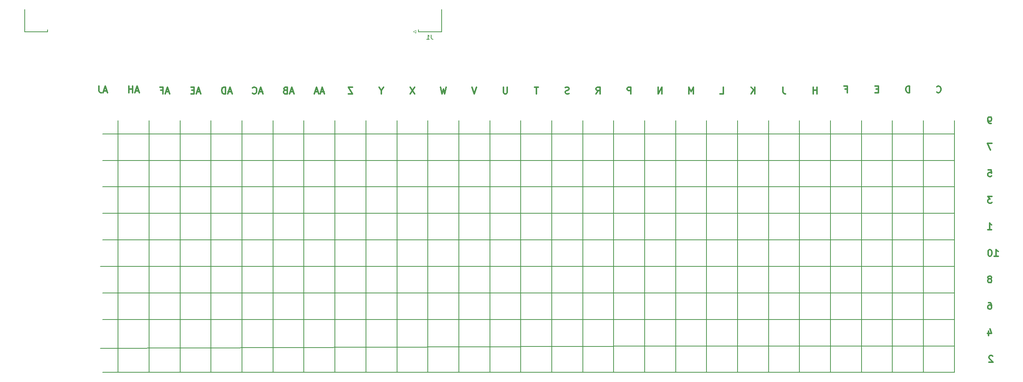
<source format=gbr>
G04 #@! TF.GenerationSoftware,KiCad,Pcbnew,(5.0.0)*
G04 #@! TF.CreationDate,2019-08-30T17:40:10+01:00*
G04 #@! TF.ProjectId,A-GA,412D47412E6B696361645F7063620000,rev?*
G04 #@! TF.SameCoordinates,Original*
G04 #@! TF.FileFunction,Legend,Bot*
G04 #@! TF.FilePolarity,Positive*
%FSLAX46Y46*%
G04 Gerber Fmt 4.6, Leading zero omitted, Abs format (unit mm)*
G04 Created by KiCad (PCBNEW (5.0.0)) date 08/30/19 17:40:10*
%MOMM*%
%LPD*%
G01*
G04 APERTURE LIST*
%ADD10C,0.300000*%
%ADD11C,0.200000*%
%ADD12C,0.150000*%
%ADD13C,0.120000*%
G04 APERTURE END LIST*
D10*
X50428571Y-44250000D02*
X49714285Y-44250000D01*
X50571428Y-44678571D02*
X50071428Y-43178571D01*
X49571428Y-44678571D01*
X48642857Y-43178571D02*
X48642857Y-44250000D01*
X48714285Y-44464285D01*
X48857142Y-44607142D01*
X49071428Y-44678571D01*
X49214285Y-44678571D01*
X57642857Y-44250000D02*
X56928571Y-44250000D01*
X57785714Y-44678571D02*
X57285714Y-43178571D01*
X56785714Y-44678571D01*
X56285714Y-44678571D02*
X56285714Y-43178571D01*
X56285714Y-43892857D02*
X55428571Y-43892857D01*
X55428571Y-44678571D02*
X55428571Y-43178571D01*
X64500000Y-44500000D02*
X63785714Y-44500000D01*
X64642857Y-44928571D02*
X64142857Y-43428571D01*
X63642857Y-44928571D01*
X62642857Y-44142857D02*
X63142857Y-44142857D01*
X63142857Y-44928571D02*
X63142857Y-43428571D01*
X62428571Y-43428571D01*
X71535714Y-44500000D02*
X70821428Y-44500000D01*
X71678571Y-44928571D02*
X71178571Y-43428571D01*
X70678571Y-44928571D01*
X70178571Y-44142857D02*
X69678571Y-44142857D01*
X69464285Y-44928571D02*
X70178571Y-44928571D01*
X70178571Y-43428571D01*
X69464285Y-43428571D01*
X78607142Y-44500000D02*
X77892857Y-44500000D01*
X78750000Y-44928571D02*
X78250000Y-43428571D01*
X77750000Y-44928571D01*
X77250000Y-44928571D02*
X77250000Y-43428571D01*
X76892857Y-43428571D01*
X76678571Y-43500000D01*
X76535714Y-43642857D01*
X76464285Y-43785714D01*
X76392857Y-44071428D01*
X76392857Y-44285714D01*
X76464285Y-44571428D01*
X76535714Y-44714285D01*
X76678571Y-44857142D01*
X76892857Y-44928571D01*
X77250000Y-44928571D01*
X85607142Y-44500000D02*
X84892857Y-44500000D01*
X85750000Y-44928571D02*
X85250000Y-43428571D01*
X84750000Y-44928571D01*
X83392857Y-44785714D02*
X83464285Y-44857142D01*
X83678571Y-44928571D01*
X83821428Y-44928571D01*
X84035714Y-44857142D01*
X84178571Y-44714285D01*
X84250000Y-44571428D01*
X84321428Y-44285714D01*
X84321428Y-44071428D01*
X84250000Y-43785714D01*
X84178571Y-43642857D01*
X84035714Y-43500000D01*
X83821428Y-43428571D01*
X83678571Y-43428571D01*
X83464285Y-43500000D01*
X83392857Y-43571428D01*
X92607142Y-44500000D02*
X91892857Y-44500000D01*
X92750000Y-44928571D02*
X92250000Y-43428571D01*
X91750000Y-44928571D01*
X90750000Y-44142857D02*
X90535714Y-44214285D01*
X90464285Y-44285714D01*
X90392857Y-44428571D01*
X90392857Y-44642857D01*
X90464285Y-44785714D01*
X90535714Y-44857142D01*
X90678571Y-44928571D01*
X91250000Y-44928571D01*
X91250000Y-43428571D01*
X90750000Y-43428571D01*
X90607142Y-43500000D01*
X90535714Y-43571428D01*
X90464285Y-43714285D01*
X90464285Y-43857142D01*
X90535714Y-44000000D01*
X90607142Y-44071428D01*
X90750000Y-44142857D01*
X91250000Y-44142857D01*
X99500000Y-44500000D02*
X98785714Y-44500000D01*
X99642857Y-44928571D02*
X99142857Y-43428571D01*
X98642857Y-44928571D01*
X98214285Y-44500000D02*
X97500000Y-44500000D01*
X98357142Y-44928571D02*
X97857142Y-43428571D01*
X97357142Y-44928571D01*
X106000000Y-43428571D02*
X105000000Y-43428571D01*
X106000000Y-44928571D01*
X105000000Y-44928571D01*
X112500000Y-44214285D02*
X112500000Y-44928571D01*
X113000000Y-43428571D02*
X112500000Y-44214285D01*
X112000000Y-43428571D01*
X120000000Y-43428571D02*
X119000000Y-44928571D01*
X119000000Y-43428571D02*
X120000000Y-44928571D01*
X127142857Y-43428571D02*
X126785714Y-44928571D01*
X126500000Y-43857142D01*
X126214285Y-44928571D01*
X125857142Y-43428571D01*
X134000000Y-43428571D02*
X133500000Y-44928571D01*
X133000000Y-43428571D01*
X140928571Y-43428571D02*
X140928571Y-44642857D01*
X140857142Y-44785714D01*
X140785714Y-44857142D01*
X140642857Y-44928571D01*
X140357142Y-44928571D01*
X140214285Y-44857142D01*
X140142857Y-44785714D01*
X140071428Y-44642857D01*
X140071428Y-43428571D01*
X147928571Y-43428571D02*
X147071428Y-43428571D01*
X147500000Y-44928571D02*
X147500000Y-43428571D01*
X154928571Y-44857142D02*
X154714285Y-44928571D01*
X154357142Y-44928571D01*
X154214285Y-44857142D01*
X154142857Y-44785714D01*
X154071428Y-44642857D01*
X154071428Y-44500000D01*
X154142857Y-44357142D01*
X154214285Y-44285714D01*
X154357142Y-44214285D01*
X154642857Y-44142857D01*
X154785714Y-44071428D01*
X154857142Y-44000000D01*
X154928571Y-43857142D01*
X154928571Y-43714285D01*
X154857142Y-43571428D01*
X154785714Y-43500000D01*
X154642857Y-43428571D01*
X154285714Y-43428571D01*
X154071428Y-43500000D01*
X161035714Y-44928571D02*
X161535714Y-44214285D01*
X161892857Y-44928571D02*
X161892857Y-43428571D01*
X161321428Y-43428571D01*
X161178571Y-43500000D01*
X161107142Y-43571428D01*
X161035714Y-43714285D01*
X161035714Y-43928571D01*
X161107142Y-44071428D01*
X161178571Y-44142857D01*
X161321428Y-44214285D01*
X161892857Y-44214285D01*
X168892857Y-44928571D02*
X168892857Y-43428571D01*
X168321428Y-43428571D01*
X168178571Y-43500000D01*
X168107142Y-43571428D01*
X168035714Y-43714285D01*
X168035714Y-43928571D01*
X168107142Y-44071428D01*
X168178571Y-44142857D01*
X168321428Y-44214285D01*
X168892857Y-44214285D01*
X175928571Y-44928571D02*
X175928571Y-43428571D01*
X175071428Y-44928571D01*
X175071428Y-43428571D01*
X183000000Y-44928571D02*
X183000000Y-43428571D01*
X182500000Y-44500000D01*
X182000000Y-43428571D01*
X182000000Y-44928571D01*
X189035714Y-44928571D02*
X189750000Y-44928571D01*
X189750000Y-43428571D01*
X196892857Y-44928571D02*
X196892857Y-43428571D01*
X196035714Y-44928571D02*
X196678571Y-44071428D01*
X196035714Y-43428571D02*
X196892857Y-44285714D01*
X203285714Y-43428571D02*
X203285714Y-44500000D01*
X203357142Y-44714285D01*
X203500000Y-44857142D01*
X203714285Y-44928571D01*
X203857142Y-44928571D01*
X210928571Y-44928571D02*
X210928571Y-43428571D01*
X210928571Y-44142857D02*
X210071428Y-44142857D01*
X210071428Y-44928571D02*
X210071428Y-43428571D01*
X217285714Y-43892857D02*
X217785714Y-43892857D01*
X217785714Y-44678571D02*
X217785714Y-43178571D01*
X217071428Y-43178571D01*
X224821428Y-43892857D02*
X224321428Y-43892857D01*
X224107142Y-44678571D02*
X224821428Y-44678571D01*
X224821428Y-43178571D01*
X224107142Y-43178571D01*
X231892857Y-44678571D02*
X231892857Y-43178571D01*
X231535714Y-43178571D01*
X231321428Y-43250000D01*
X231178571Y-43392857D01*
X231107142Y-43535714D01*
X231035714Y-43821428D01*
X231035714Y-44035714D01*
X231107142Y-44321428D01*
X231178571Y-44464285D01*
X231321428Y-44607142D01*
X231535714Y-44678571D01*
X231892857Y-44678571D01*
X238035714Y-44535714D02*
X238107142Y-44607142D01*
X238321428Y-44678571D01*
X238464285Y-44678571D01*
X238678571Y-44607142D01*
X238821428Y-44464285D01*
X238892857Y-44321428D01*
X238964285Y-44035714D01*
X238964285Y-43821428D01*
X238892857Y-43535714D01*
X238821428Y-43392857D01*
X238678571Y-43250000D01*
X238464285Y-43178571D01*
X238321428Y-43178571D01*
X238107142Y-43250000D01*
X238035714Y-43321428D01*
X250285714Y-51678571D02*
X250000000Y-51678571D01*
X249857142Y-51607142D01*
X249785714Y-51535714D01*
X249642857Y-51321428D01*
X249571428Y-51035714D01*
X249571428Y-50464285D01*
X249642857Y-50321428D01*
X249714285Y-50250000D01*
X249857142Y-50178571D01*
X250142857Y-50178571D01*
X250285714Y-50250000D01*
X250357142Y-50321428D01*
X250428571Y-50464285D01*
X250428571Y-50821428D01*
X250357142Y-50964285D01*
X250285714Y-51035714D01*
X250142857Y-51107142D01*
X249857142Y-51107142D01*
X249714285Y-51035714D01*
X249642857Y-50964285D01*
X249571428Y-50821428D01*
X250500000Y-56178571D02*
X249500000Y-56178571D01*
X250142857Y-57678571D01*
X249642857Y-62178571D02*
X250357142Y-62178571D01*
X250428571Y-62892857D01*
X250357142Y-62821428D01*
X250214285Y-62750000D01*
X249857142Y-62750000D01*
X249714285Y-62821428D01*
X249642857Y-62892857D01*
X249571428Y-63035714D01*
X249571428Y-63392857D01*
X249642857Y-63535714D01*
X249714285Y-63607142D01*
X249857142Y-63678571D01*
X250214285Y-63678571D01*
X250357142Y-63607142D01*
X250428571Y-63535714D01*
X250500000Y-68178571D02*
X249571428Y-68178571D01*
X250071428Y-68750000D01*
X249857142Y-68750000D01*
X249714285Y-68821428D01*
X249642857Y-68892857D01*
X249571428Y-69035714D01*
X249571428Y-69392857D01*
X249642857Y-69535714D01*
X249714285Y-69607142D01*
X249857142Y-69678571D01*
X250285714Y-69678571D01*
X250428571Y-69607142D01*
X250500000Y-69535714D01*
X249571428Y-75678571D02*
X250428571Y-75678571D01*
X250000000Y-75678571D02*
X250000000Y-74178571D01*
X250142857Y-74392857D01*
X250285714Y-74535714D01*
X250428571Y-74607142D01*
X251035714Y-81678571D02*
X251892857Y-81678571D01*
X251464285Y-81678571D02*
X251464285Y-80178571D01*
X251607142Y-80392857D01*
X251750000Y-80535714D01*
X251892857Y-80607142D01*
X250107142Y-80178571D02*
X249964285Y-80178571D01*
X249821428Y-80250000D01*
X249750000Y-80321428D01*
X249678571Y-80464285D01*
X249607142Y-80750000D01*
X249607142Y-81107142D01*
X249678571Y-81392857D01*
X249750000Y-81535714D01*
X249821428Y-81607142D01*
X249964285Y-81678571D01*
X250107142Y-81678571D01*
X250250000Y-81607142D01*
X250321428Y-81535714D01*
X250392857Y-81392857D01*
X250464285Y-81107142D01*
X250464285Y-80750000D01*
X250392857Y-80464285D01*
X250321428Y-80321428D01*
X250250000Y-80250000D01*
X250107142Y-80178571D01*
X250142857Y-86821428D02*
X250285714Y-86750000D01*
X250357142Y-86678571D01*
X250428571Y-86535714D01*
X250428571Y-86464285D01*
X250357142Y-86321428D01*
X250285714Y-86250000D01*
X250142857Y-86178571D01*
X249857142Y-86178571D01*
X249714285Y-86250000D01*
X249642857Y-86321428D01*
X249571428Y-86464285D01*
X249571428Y-86535714D01*
X249642857Y-86678571D01*
X249714285Y-86750000D01*
X249857142Y-86821428D01*
X250142857Y-86821428D01*
X250285714Y-86892857D01*
X250357142Y-86964285D01*
X250428571Y-87107142D01*
X250428571Y-87392857D01*
X250357142Y-87535714D01*
X250285714Y-87607142D01*
X250142857Y-87678571D01*
X249857142Y-87678571D01*
X249714285Y-87607142D01*
X249642857Y-87535714D01*
X249571428Y-87392857D01*
X249571428Y-87107142D01*
X249642857Y-86964285D01*
X249714285Y-86892857D01*
X249857142Y-86821428D01*
X249714285Y-92178571D02*
X250000000Y-92178571D01*
X250142857Y-92250000D01*
X250214285Y-92321428D01*
X250357142Y-92535714D01*
X250428571Y-92821428D01*
X250428571Y-93392857D01*
X250357142Y-93535714D01*
X250285714Y-93607142D01*
X250142857Y-93678571D01*
X249857142Y-93678571D01*
X249714285Y-93607142D01*
X249642857Y-93535714D01*
X249571428Y-93392857D01*
X249571428Y-93035714D01*
X249642857Y-92892857D01*
X249714285Y-92821428D01*
X249857142Y-92750000D01*
X250142857Y-92750000D01*
X250285714Y-92821428D01*
X250357142Y-92892857D01*
X250428571Y-93035714D01*
X249714285Y-98678571D02*
X249714285Y-99678571D01*
X250071428Y-98107142D02*
X250428571Y-99178571D01*
X249500000Y-99178571D01*
X250678571Y-104321428D02*
X250607142Y-104250000D01*
X250464285Y-104178571D01*
X250107142Y-104178571D01*
X249964285Y-104250000D01*
X249892857Y-104321428D01*
X249821428Y-104464285D01*
X249821428Y-104607142D01*
X249892857Y-104821428D01*
X250750000Y-105678571D01*
X249821428Y-105678571D01*
D11*
X158000000Y-51000000D02*
X158000000Y-108000000D01*
X53000000Y-105000000D02*
X53000000Y-108000000D01*
X60000000Y-105000000D02*
X60000000Y-108000000D01*
X67000000Y-105000000D02*
X67000000Y-108000000D01*
X74000000Y-105000000D02*
X74000000Y-108000000D01*
X81000000Y-105000000D02*
X81000000Y-108000000D01*
X88000000Y-105000000D02*
X88000000Y-108000000D01*
X95000000Y-105000000D02*
X95000000Y-108000000D01*
X102000000Y-105000000D02*
X102000000Y-108000000D01*
X109000000Y-105000000D02*
X109000000Y-108000000D01*
X116000000Y-105000000D02*
X116000000Y-108000000D01*
X123000000Y-105000000D02*
X123000000Y-108000000D01*
X144000000Y-105000000D02*
X144000000Y-108000000D01*
X151000000Y-105000000D02*
X151000000Y-108000000D01*
X137000000Y-105000000D02*
X137000000Y-108000000D01*
X130000000Y-105000000D02*
X130000000Y-108000000D01*
X165000000Y-105000000D02*
X165000000Y-108000000D01*
X172000000Y-105000000D02*
X172000000Y-108000000D01*
X179000000Y-105000000D02*
X179000000Y-108000000D01*
X186000000Y-105000000D02*
X186000000Y-108000000D01*
X193000000Y-105000000D02*
X193000000Y-108000000D01*
X200000000Y-105000000D02*
X200000000Y-108000000D01*
X207000000Y-105000000D02*
X207000000Y-108000000D01*
X214000000Y-105000000D02*
X214000000Y-108000000D01*
X221000000Y-105000000D02*
X221000000Y-108000000D01*
X228000000Y-105000000D02*
X228000000Y-108000000D01*
X235000000Y-105000000D02*
X235000000Y-108000000D01*
X242000000Y-108000000D02*
X238500000Y-108000000D01*
X242000000Y-105000000D02*
X242000000Y-108000000D01*
X238500000Y-102000000D02*
X242000000Y-102000000D01*
X238500000Y-96000000D02*
X242000000Y-96000000D01*
X238500000Y-90000000D02*
X242000000Y-90000000D01*
X238500000Y-84000000D02*
X242000000Y-84000000D01*
X238500000Y-78000000D02*
X242000000Y-78000000D01*
X238500000Y-72000000D02*
X242000000Y-72000000D01*
X238500000Y-66000000D02*
X242000000Y-66000000D01*
X238500000Y-60000000D02*
X242000000Y-60000000D01*
X238500000Y-54000000D02*
X242000000Y-54000000D01*
X49500000Y-96000000D02*
X175500000Y-96000000D01*
X175500000Y-90000000D02*
X49500000Y-90000000D01*
X49000000Y-84000000D02*
X175500000Y-84000000D01*
X175500000Y-78000000D02*
X49500000Y-78000000D01*
X49500000Y-72000000D02*
X175500000Y-72000000D01*
X175500000Y-66000000D02*
X49500000Y-66000000D01*
X49500000Y-60000000D02*
X175500000Y-60000000D01*
X175500000Y-54000000D02*
X49500000Y-54000000D01*
X53000000Y-105000000D02*
X53000000Y-51000000D01*
X60000000Y-51000000D02*
X60000000Y-105000000D01*
X67000000Y-51000000D02*
X67000000Y-105000000D01*
X74000000Y-105000000D02*
X74000000Y-51000000D01*
X81000000Y-51000000D02*
X81000000Y-105000000D01*
X88000000Y-105000000D02*
X88000000Y-51000000D01*
X95000000Y-51000000D02*
X95000000Y-105000000D01*
X102000000Y-105000000D02*
X102000000Y-51000000D01*
X109000000Y-51000000D02*
X109000000Y-105000000D01*
X116000000Y-105000000D02*
X116000000Y-51000000D01*
X123000000Y-51000000D02*
X123000000Y-105000000D01*
X130000000Y-105000000D02*
X130000000Y-51000000D01*
X137000000Y-51000000D02*
X137000000Y-105000000D01*
X49000000Y-102500000D02*
X175500000Y-102000000D01*
X175500000Y-108000000D02*
X49500000Y-108000000D01*
X144000000Y-105000000D02*
X144000000Y-51000000D01*
X151000000Y-51000000D02*
X151000000Y-105000000D01*
X165000000Y-51000000D02*
X165000000Y-105500000D01*
X172000000Y-105000000D02*
X172000000Y-51000000D01*
X179000000Y-51000000D02*
X179000000Y-105000000D01*
X186000000Y-105000000D02*
X186000000Y-51000000D01*
X193000000Y-51000000D02*
X193000000Y-105000000D01*
X200000000Y-105000000D02*
X200000000Y-51000000D01*
X207000000Y-105000000D02*
X207000000Y-51000000D01*
X214000000Y-51000000D02*
X214000000Y-105000000D01*
X238500000Y-108000000D02*
X175500000Y-108000000D01*
X175500000Y-102000000D02*
X238500000Y-102000000D01*
X175500000Y-96000000D02*
X238500000Y-96000000D01*
X175500000Y-90000000D02*
X238500000Y-90000000D01*
X175500000Y-84000000D02*
X238500000Y-84000000D01*
X238500000Y-78000000D02*
X175500000Y-78000000D01*
X175500000Y-72000000D02*
X238500000Y-72000000D01*
X238500000Y-66000000D02*
X175500000Y-66000000D01*
X175500000Y-60000000D02*
X238500000Y-60000000D01*
X175500000Y-54000000D02*
X238500000Y-54000000D01*
X221000000Y-51000000D02*
X221000000Y-105000000D01*
X228000000Y-105500000D02*
X228000000Y-51000000D01*
X235000000Y-51000000D02*
X235000000Y-105000000D01*
X242000000Y-105000000D02*
X242000000Y-51000000D01*
D12*
G04 #@! TO.C,J1*
X120875000Y-30421000D02*
X120875000Y-30921000D01*
X120875000Y-30921000D02*
X126075000Y-30921000D01*
X126075000Y-30921000D02*
X126075000Y-25821000D01*
X37075000Y-30421000D02*
X37075000Y-30921000D01*
X37075000Y-30921000D02*
X31875000Y-30921000D01*
X31875000Y-30921000D02*
X31875000Y-25821000D01*
D13*
X119695000Y-30861000D02*
X120295000Y-30561000D01*
X120295000Y-30561000D02*
X120295000Y-31161000D01*
X120295000Y-31161000D02*
X119695000Y-30861000D01*
D12*
X123758333Y-31583380D02*
X123758333Y-32297666D01*
X123805952Y-32440523D01*
X123901190Y-32535761D01*
X124044047Y-32583380D01*
X124139285Y-32583380D01*
X122758333Y-32583380D02*
X123329761Y-32583380D01*
X123044047Y-32583380D02*
X123044047Y-31583380D01*
X123139285Y-31726238D01*
X123234523Y-31821476D01*
X123329761Y-31869095D01*
G04 #@! TD*
M02*

</source>
